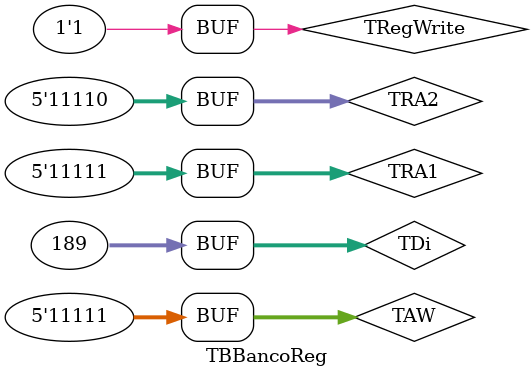
<source format=v>
`timescale 1ns/1ns

module TBBancoReg();

//2 - Declaracion de cables y registros
reg [4:0]TRA1, TRA2, TAW;
reg [31:0]TDi;
reg TRegWrite;
wire [31:0]TDR1, TDR2;

//3 - Cuerpo del modulo

//Instancias
BancoReg testban(
	.RA1(TRA1),
	.RA2(TRA2),
	.AW(TAW),
	.Di(TDi),
	.RegWrite(TRegWrite),
	.DR1(TDR1),
	.DR2(TDR2)
);

initial
begin
	TRegWrite = 1'b0;
	TRA1 = 5'd0;
	#100;
	TRegWrite = 1'b0;
	TRA2 = 5'd1;
	#100;
	TRegWrite = 1'b0;
	TRA1 = 5'd2;
	#100;
	TRegWrite = 1'b0;
	TRA2 = 5'd3;
	#100;
	TRegWrite = 1'b0;
	TRA1 = 5'd4;
	#100;
	TRegWrite = 1'b0;
	TRA2 = 5'd5;
	#100;
	TRegWrite = 1'b0;
	TRA1 = 5'd6;
	#100;
	TRegWrite = 1'b0;
	TRA2 = 5'd7;
	#100;
	TRegWrite = 1'b0;
	TRA1 = 5'd8;
	#100;
	TRegWrite = 1'b0;
	TRA2 = 5'd9;
	#100;
	TRegWrite = 1'b0;
	TRA1 = 5'd10;
	#100;
	TRegWrite = 1'b0;
	TRA2 = 5'd11;
	#100;
	TRegWrite = 1'b0;
	TRA1 = 5'd12;
	#100;
	TRegWrite = 1'b0;
	TRA2 = 5'd13;
	#100;
	TRegWrite = 1'b0;
	TRA1 = 5'd14;
	#100;
	TRegWrite = 1'b0;
	TRA2 = 5'd15;
	#100;
	TRegWrite = 1'b0;
	TRA1 = 5'd16;
	#100;
	TRegWrite = 1'b0;
	TRA2 = 5'd17;
	#100;
	TRegWrite = 1'b0;
	TRA1 = 5'd18;
	#100;
	TRegWrite = 1'b0;
	TRA2 = 5'd19;
	#100;
	TRegWrite = 1'b1;
	TAW = 5'd29;
	TDi = 32'd236;
	TRA1 = 5'd29;
	#100;
	TRegWrite = 1'b1;
	TAW = 5'd30;
	TDi = 32'd310;
	TRA2 = 5'd30;
	#100;
	TRegWrite = 1'b1;
	TAW = 5'd31;
	TDi = 32'd189;
	TRA1 = 5'd31;
	#100;
end

endmodule

</source>
